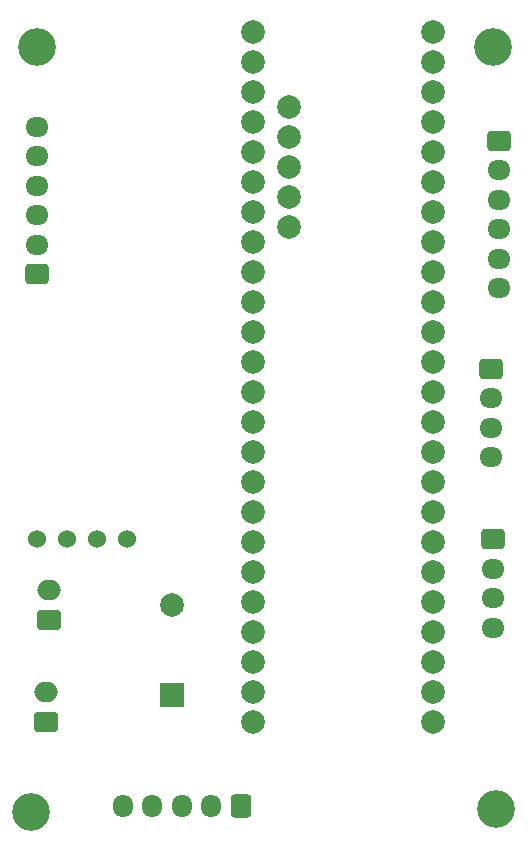
<source format=gbr>
%TF.GenerationSoftware,KiCad,Pcbnew,8.0.2-1*%
%TF.CreationDate,2024-10-23T15:46:43-04:00*%
%TF.ProjectId,Airbrake_ComputeBoard,41697262-7261-46b6-955f-436f6d707574,rev?*%
%TF.SameCoordinates,Original*%
%TF.FileFunction,Soldermask,Bot*%
%TF.FilePolarity,Negative*%
%FSLAX46Y46*%
G04 Gerber Fmt 4.6, Leading zero omitted, Abs format (unit mm)*
G04 Created by KiCad (PCBNEW 8.0.2-1) date 2024-10-23 15:46:43*
%MOMM*%
%LPD*%
G01*
G04 APERTURE LIST*
G04 Aperture macros list*
%AMRoundRect*
0 Rectangle with rounded corners*
0 $1 Rounding radius*
0 $2 $3 $4 $5 $6 $7 $8 $9 X,Y pos of 4 corners*
0 Add a 4 corners polygon primitive as box body*
4,1,4,$2,$3,$4,$5,$6,$7,$8,$9,$2,$3,0*
0 Add four circle primitives for the rounded corners*
1,1,$1+$1,$2,$3*
1,1,$1+$1,$4,$5*
1,1,$1+$1,$6,$7*
1,1,$1+$1,$8,$9*
0 Add four rect primitives between the rounded corners*
20,1,$1+$1,$2,$3,$4,$5,0*
20,1,$1+$1,$4,$5,$6,$7,0*
20,1,$1+$1,$6,$7,$8,$9,0*
20,1,$1+$1,$8,$9,$2,$3,0*%
G04 Aperture macros list end*
%ADD10C,3.200000*%
%ADD11RoundRect,0.250000X0.600000X0.725000X-0.600000X0.725000X-0.600000X-0.725000X0.600000X-0.725000X0*%
%ADD12O,1.700000X1.950000*%
%ADD13C,2.000000*%
%ADD14R,2.000000X2.000000*%
%ADD15C,1.524000*%
%ADD16RoundRect,0.250000X-0.725000X0.600000X-0.725000X-0.600000X0.725000X-0.600000X0.725000X0.600000X0*%
%ADD17O,1.950000X1.700000*%
%ADD18RoundRect,0.250000X0.750000X-0.600000X0.750000X0.600000X-0.750000X0.600000X-0.750000X-0.600000X0*%
%ADD19O,2.000000X1.700000*%
%ADD20RoundRect,0.250000X0.725000X-0.600000X0.725000X0.600000X-0.725000X0.600000X-0.725000X-0.600000X0*%
G04 APERTURE END LIST*
D10*
%TO.C,H3*%
X138430000Y-132334000D03*
%TD*%
D11*
%TO.C,BlueRaven1*%
X156170000Y-131826000D03*
D12*
X153670000Y-131826000D03*
X151170000Y-131826000D03*
X148670000Y-131826000D03*
X146170000Y-131826000D03*
%TD*%
D13*
%TO.C,Teensy4.1*%
X157226000Y-66294000D03*
X157226000Y-68834000D03*
X157226000Y-71374000D03*
X157226000Y-73914000D03*
X157226000Y-76454000D03*
X157226000Y-78994000D03*
X157226000Y-81534000D03*
X157226000Y-84074000D03*
X157226000Y-86614000D03*
X157226000Y-89154000D03*
X157226000Y-91694000D03*
X157226000Y-94234000D03*
X157226000Y-96774000D03*
X157226000Y-99314000D03*
X157226000Y-101854000D03*
X157226000Y-104394000D03*
X157226000Y-106934000D03*
X157226000Y-109474000D03*
X157226000Y-112014000D03*
X157226000Y-114554000D03*
X157226000Y-117094000D03*
X157226000Y-119634000D03*
X157226000Y-122174000D03*
X157226000Y-124714000D03*
X172466000Y-124714000D03*
X172466000Y-122174000D03*
X172466000Y-119634000D03*
X172466000Y-117094000D03*
X172466000Y-114554000D03*
X172466000Y-112014000D03*
X172466000Y-109474000D03*
X172466000Y-106934000D03*
X172466000Y-104394000D03*
X172466000Y-101854000D03*
X172466000Y-99314000D03*
X172466000Y-96774000D03*
X172466000Y-94234000D03*
X172466000Y-91694000D03*
X172466000Y-89154000D03*
X172466000Y-86614000D03*
X172466000Y-84074000D03*
X172466000Y-81534000D03*
X172466000Y-78994000D03*
X172466000Y-76454000D03*
X172466000Y-73914000D03*
X172466000Y-71374000D03*
X172466000Y-68834000D03*
X172466000Y-66294000D03*
X160276000Y-72644000D03*
X160276000Y-75184000D03*
X160276000Y-77724000D03*
X160276000Y-80264000D03*
X160276000Y-82804000D03*
%TD*%
D14*
%TO.C,BZ1*%
X150368000Y-122418000D03*
D13*
X150368000Y-114818000D03*
%TD*%
D15*
%TO.C,Buck_Converter1*%
X138938000Y-109220000D03*
X141478000Y-109220000D03*
X144018000Y-109220000D03*
X146558000Y-109220000D03*
%TD*%
D16*
%TO.C,VN-100-1*%
X178054000Y-75518000D03*
D17*
X178054000Y-78018000D03*
X178054000Y-80518000D03*
X178054000Y-83018000D03*
X178054000Y-85518000D03*
X178054000Y-88018000D03*
%TD*%
D18*
%TO.C,PowerSwitch1*%
X139937000Y-116058000D03*
D19*
X139937000Y-113558000D03*
%TD*%
D16*
%TO.C,SensorBoard1*%
X177546000Y-109260000D03*
D17*
X177546000Y-111760000D03*
X177546000Y-114260000D03*
X177546000Y-116760000D03*
%TD*%
D10*
%TO.C,H1*%
X138938000Y-67564000D03*
%TD*%
%TO.C,H4*%
X177800000Y-132080000D03*
%TD*%
D20*
%TO.C,MotorDriver1*%
X138938000Y-86828000D03*
D17*
X138938000Y-84328000D03*
X138938000Y-81828000D03*
X138938000Y-79328000D03*
X138938000Y-76828000D03*
X138938000Y-74328000D03*
%TD*%
D16*
%TO.C,MotorEncoder1*%
X177309000Y-94802000D03*
D17*
X177309000Y-97302000D03*
X177309000Y-99802000D03*
X177309000Y-102302000D03*
%TD*%
D18*
%TO.C,Battery1*%
X139683000Y-124694000D03*
D19*
X139683000Y-122194000D03*
%TD*%
D10*
%TO.C,H2*%
X177546000Y-67564000D03*
%TD*%
M02*

</source>
